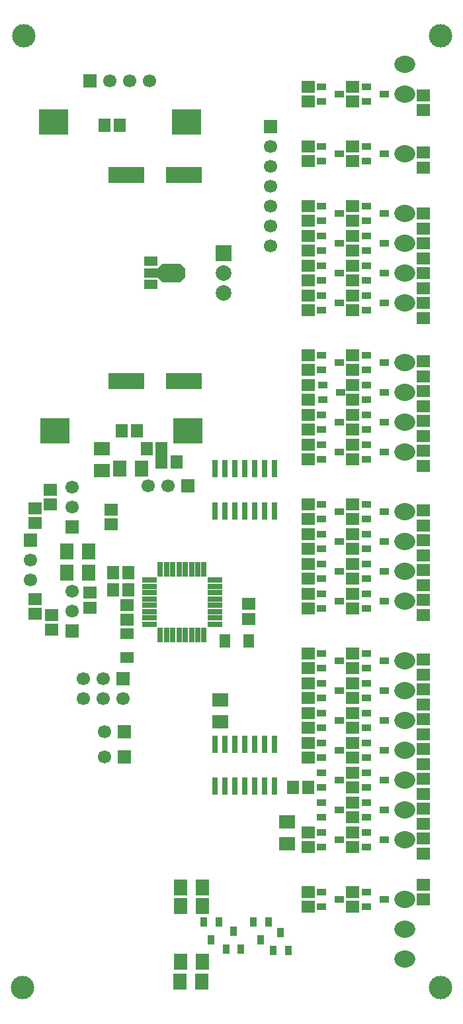
<source format=gbr>
G04 DipTrace 3.3.1.3*
G04 BottomMask.gbr*
%MOIN*%
G04 #@! TF.FileFunction,Soldermask,Bot*
G04 #@! TF.Part,Single*
%AMOUTLINE1*
4,1,10,
-0.104331,0.023622,
-0.035095,0.023622,
-0.011473,0.047244,
0.078402,0.047244,
0.104331,0.021316,
0.104331,-0.021316,
0.078402,-0.047244,
-0.011473,-0.047244,
-0.035095,-0.023622,
-0.104331,-0.023622,
-0.104331,0.023622,
0*%
%AMOUTLINE4*
4,1,20,
0.0,0.043339,
0.016215,0.041284,
0.030941,0.035282,
0.042783,0.025807,
0.050522,0.013657,
0.053226,0.0,
0.050522,-0.013657,
0.042783,-0.025807,
0.030941,-0.035282,
0.016215,-0.041284,
0.0,-0.043339,
-0.016215,-0.041284,
-0.030941,-0.035282,
-0.042783,-0.025807,
-0.050522,-0.013657,
-0.053226,0.0,
-0.050522,0.013657,
-0.042783,0.025807,
-0.030941,0.035282,
-0.016215,0.041284,
0.0,0.043339,
0*%
%ADD42C,0.11811*%
%ADD48C,0.07874*%
%ADD50R,0.07874X0.07874*%
%ADD52R,0.066929X0.047244*%
%ADD54R,0.145669X0.125984*%
%ADD56R,0.031496X0.086614*%
%ADD58R,0.027559X0.074803*%
%ADD60R,0.074803X0.027559*%
%ADD62R,0.07874X0.070866*%
%ADD64R,0.049213X0.033465*%
%ADD66R,0.033465X0.049213*%
%ADD68R,0.070866X0.055118*%
%ADD70R,0.055118X0.070866*%
%ADD72C,0.066929*%
%ADD74R,0.066929X0.066929*%
%ADD76R,0.070866X0.07874*%
%ADD78R,0.059055X0.066929*%
%ADD80R,0.181102X0.07874*%
%ADD82R,0.066929X0.059055*%
%ADD88OUTLINE1*%
%ADD91OUTLINE4*%
%FSLAX26Y26*%
G04*
G70*
G90*
G75*
G01*
G04 BotMask*
%LPD*%
D82*
X1637451Y2356201D3*
Y2431004D3*
X1024951Y2424950D3*
Y2350147D3*
D80*
X1312449Y4587450D3*
X1021110D3*
D78*
X912451Y4837451D3*
X987255D3*
X999953Y3299950D3*
X1074756D3*
D80*
X1312449Y3549951D3*
X1021110D3*
D82*
X643701Y2374950D3*
Y2300147D3*
X637451Y3006201D3*
Y2931398D3*
D78*
X1274951Y3143701D3*
X1200148D3*
D82*
X562451Y2912451D3*
Y2837648D3*
Y2381201D3*
Y2456004D3*
D76*
X831202Y2587450D3*
X720966D3*
X831202Y2693701D3*
X720966D3*
D42*
X506202Y5287450D3*
X499951Y499950D3*
X2606202Y5287450D3*
Y499951D3*
D74*
X1749951Y4831201D3*
D72*
Y4731201D3*
Y4631201D3*
Y4531201D3*
Y4431201D3*
Y4331201D3*
Y4231201D3*
D74*
X1006202Y2056201D3*
D72*
Y1956201D3*
X906202Y2056201D3*
Y1956201D3*
X806202Y2056201D3*
Y1956201D3*
D74*
X837450Y5062450D3*
D72*
X937450D3*
X1037450D3*
X1137450D3*
D74*
X537451Y2749951D3*
D72*
Y2649951D3*
Y2549951D3*
D74*
X1012451Y1787450D3*
D72*
X912451D3*
D74*
X1012451Y1662450D3*
D72*
X912451D3*
D70*
X1637451Y2243701D3*
X1519341D3*
D68*
X1024951Y2281201D3*
Y2163091D3*
D66*
X1599953Y693702D3*
X1525150D3*
X1562551Y784253D3*
X1662453Y831201D3*
X1737256D3*
X1699854Y740650D3*
X1412453Y831201D3*
X1487256D3*
X1449854Y740650D3*
X1837451Y687450D3*
X1762648D3*
X1800050Y778001D3*
D64*
X2231201Y907235D3*
Y982038D3*
X2321752Y944636D3*
X2006201Y907235D3*
Y982038D3*
X2096752Y944636D3*
X2231201Y1357234D3*
Y1432037D3*
X2321752Y1394635D3*
X2006201Y1357234D3*
Y1432037D3*
X2096752Y1394635D3*
X2231201Y1207235D3*
Y1282038D3*
X2321752Y1244636D3*
X2006201Y1207235D3*
Y1282038D3*
X2096752Y1244636D3*
X2231201Y1507235D3*
Y1582038D3*
X2321752Y1544636D3*
X2006201Y1507235D3*
Y1582038D3*
X2096752Y1544636D3*
X2231201Y1657234D3*
Y1732037D3*
X2321752Y1694635D3*
X2006201Y1657234D3*
Y1732037D3*
X2096752Y1694635D3*
X2231201Y1807235D3*
Y1882038D3*
X2321752Y1844636D3*
X2006201Y1807235D3*
Y1882038D3*
X2096752Y1844636D3*
X2231201Y1957234D3*
Y2032037D3*
X2321752Y1994635D3*
X2006201Y1957234D3*
Y2032037D3*
X2096752Y1994635D3*
X2231201Y2107235D3*
Y2182038D3*
X2321752Y2144636D3*
X2006201Y2107235D3*
Y2182038D3*
X2096752Y2144636D3*
X2231201Y2407235D3*
Y2482038D3*
X2321752Y2444636D3*
X2006201Y2407235D3*
Y2482038D3*
X2096752Y2444636D3*
X2231201Y2557235D3*
Y2632038D3*
X2321752Y2594636D3*
X2006201Y2557235D3*
Y2632038D3*
X2096752Y2594636D3*
X2231201Y2707235D3*
Y2782038D3*
X2321752Y2744636D3*
X2006201Y2707235D3*
Y2782038D3*
X2096752Y2744636D3*
X2231201Y2857235D3*
Y2932038D3*
X2321752Y2894636D3*
X2006201Y2857235D3*
Y2932038D3*
X2096752Y2894636D3*
X2231201Y3157235D3*
Y3232038D3*
X2321752Y3194636D3*
X2006201Y3157235D3*
Y3232038D3*
X2096752Y3194636D3*
X2231201Y3307235D3*
Y3382038D3*
X2321752Y3344636D3*
X2006201Y3307235D3*
Y3382038D3*
X2096752Y3344636D3*
X2231201Y3457235D3*
Y3532038D3*
X2321752Y3494636D3*
X2012451Y3457235D3*
Y3532038D3*
X2103003Y3494636D3*
X2231201Y3607235D3*
Y3682038D3*
X2321752Y3644636D3*
X2006201Y3607235D3*
Y3682038D3*
X2096752Y3644636D3*
X2231201Y4957235D3*
Y5032038D3*
X2321752Y4994636D3*
X2006201Y4957235D3*
Y5032038D3*
X2096752Y4994636D3*
X2231201Y4657235D3*
Y4732038D3*
X2321752Y4694636D3*
X2006201Y4657235D3*
Y4732038D3*
X2096752Y4694636D3*
X2231201Y4357235D3*
Y4432038D3*
X2321752Y4394636D3*
X2006201Y4357235D3*
Y4432038D3*
X2096752Y4394636D3*
X2231201Y4207235D3*
Y4282038D3*
X2321752Y4244636D3*
X2006201Y4207235D3*
Y4282038D3*
X2096752Y4244636D3*
X2231201Y4057235D3*
Y4132038D3*
X2321752Y4094636D3*
X2006201Y4057235D3*
Y4132038D3*
X2096752Y4094636D3*
X2231201Y3907235D3*
Y3982038D3*
X2321752Y3944636D3*
X2006201Y3907235D3*
Y3982038D3*
X2096752Y3944636D3*
D76*
X1406202Y1006201D3*
X1295966D3*
X1292668Y531201D3*
X1402904D3*
X1294735Y912451D3*
X1404971D3*
X1406202Y631201D3*
X1295966D3*
D82*
X2162451Y982235D3*
Y907432D3*
X2518702Y1019735D3*
Y944932D3*
X1937451Y982235D3*
Y907432D3*
X2162451Y1432235D3*
Y1357432D3*
X2518702Y1325986D3*
Y1400789D3*
D62*
X1831202Y1224950D3*
Y1335186D3*
D82*
X2162451Y1282235D3*
Y1207432D3*
X2518701Y1175986D3*
Y1250789D3*
X1937451Y1282235D3*
Y1207432D3*
X2162451Y1582235D3*
Y1507432D3*
X2518702Y1475986D3*
Y1550789D3*
D78*
X1862451Y1507235D3*
X1937255D3*
D82*
X2162451Y1732235D3*
Y1657432D3*
X2518701Y1625986D3*
Y1700789D3*
X1937451Y1732235D3*
Y1657432D3*
X2162451Y1882235D3*
Y1807432D3*
X2518702Y1775986D3*
Y1850789D3*
X1937451Y1882235D3*
Y1807432D3*
X2162451Y2032235D3*
Y1957432D3*
X2518702Y1925986D3*
Y2000789D3*
X1937451Y2032235D3*
Y1957432D3*
X2162451Y2182235D3*
Y2107432D3*
X2518701Y2075986D3*
Y2150789D3*
X1937451Y2182235D3*
Y2107432D3*
X2162451Y2482234D3*
Y2407430D3*
X2518702Y2375986D3*
Y2450789D3*
X1937451Y2482234D3*
Y2407430D3*
X2162451Y2632235D3*
Y2557432D3*
X2518702Y2525986D3*
Y2600789D3*
X1937451Y2632235D3*
Y2557432D3*
X2162451Y2782234D3*
Y2707430D3*
X2518702Y2675986D3*
Y2750789D3*
X1937451Y2782234D3*
Y2707430D3*
X2162451Y2932235D3*
Y2857432D3*
X2518702Y2825986D3*
Y2900789D3*
X1937451Y2932235D3*
Y2857432D3*
X2162451Y3232235D3*
Y3157432D3*
X2518701Y3125986D3*
Y3200789D3*
X1937451Y3232235D3*
Y3157432D3*
X2162451Y3382234D3*
Y3307430D3*
X2518701Y3275986D3*
Y3350789D3*
X1937451Y3382234D3*
Y3307430D3*
X2162451Y3532235D3*
Y3457432D3*
X2518701Y3425986D3*
Y3500789D3*
X1937451Y3532235D3*
Y3457432D3*
X2162451Y3682038D3*
Y3607235D3*
X2518702Y3575986D3*
Y3650789D3*
X1937451Y3682234D3*
Y3607430D3*
X2162451Y5032235D3*
Y4957432D3*
X2518701Y4913486D3*
Y4988289D3*
X1937451Y5032235D3*
Y4957432D3*
X2162451Y4732235D3*
Y4657432D3*
X2518702Y4625986D3*
Y4700789D3*
X1937451Y4732235D3*
Y4657432D3*
X2162451Y4432235D3*
Y4357432D3*
X2518702Y4319735D3*
Y4394538D3*
X1937451Y4432235D3*
Y4357432D3*
X2162451Y4282235D3*
Y4207432D3*
X2518701Y4169735D3*
Y4244538D3*
X1937451Y4282235D3*
Y4207432D3*
X2162451Y4132235D3*
Y4057432D3*
X2518702Y4019735D3*
Y4094538D3*
X1937451Y4132235D3*
Y4057432D3*
X2162451Y3982235D3*
Y3907432D3*
X2518701Y3869735D3*
Y3944538D3*
X1937451Y3982235D3*
Y3907432D3*
X943701Y2906201D3*
Y2831398D3*
D74*
X1331202Y3024950D3*
D72*
X1231202D3*
X1131202D3*
D74*
X749951Y2293701D3*
D72*
Y2393701D3*
Y2493701D3*
D74*
Y2818701D3*
D72*
Y2918701D3*
Y3018701D3*
D82*
X837451Y2412451D3*
Y2487255D3*
D78*
X956202Y2587451D3*
X1031005D3*
X956202Y2499950D3*
X1031005D3*
X1124951Y3212450D3*
X1199755D3*
D62*
X1493701Y1837450D3*
Y1947686D3*
D76*
X1099951Y3112451D3*
X989715D3*
D62*
X899951Y3212451D3*
Y3102215D3*
D60*
X1468701Y2549951D3*
Y2518455D3*
Y2486959D3*
Y2455463D3*
Y2423967D3*
Y2392471D3*
Y2360975D3*
Y2329479D3*
D58*
X1413583Y2274361D3*
X1382087D3*
X1350591D3*
X1319094D3*
X1287598D3*
X1256102D3*
X1224606D3*
X1193110D3*
D60*
X1137992Y2329479D3*
Y2360975D3*
Y2392471D3*
Y2423967D3*
Y2455463D3*
Y2486959D3*
Y2518455D3*
Y2549951D3*
D58*
X1193110Y2605070D3*
X1224606D3*
X1256102D3*
X1287598D3*
X1319094D3*
X1350591D3*
X1382087D3*
X1413583D3*
D56*
X1468701Y1725984D3*
X1518701D3*
X1568701D3*
X1618701D3*
X1668701D3*
X1718701D3*
X1768701D3*
Y1513386D3*
X1718701D3*
X1668701D3*
X1618701D3*
X1568701D3*
X1518701D3*
X1468701D3*
Y3112450D3*
X1518701D3*
X1568701D3*
X1618701D3*
X1668701D3*
X1718701D3*
X1768701D3*
Y2899852D3*
X1718701D3*
X1668701D3*
X1618701D3*
X1568701D3*
X1518701D3*
X1468701D3*
D54*
X1331202Y3299951D3*
X1324942Y4856211D3*
X662462Y3299951D3*
X656202Y4856211D3*
D52*
X1143702Y4037451D3*
D88*
X1214568Y4096507D3*
D52*
X1143702Y4155562D3*
D50*
X1512453Y4193699D3*
D48*
Y3993699D3*
Y4093699D3*
D91*
X2424951Y644735D3*
Y794735D3*
Y944735D3*
Y1244735D3*
Y1394735D3*
Y1544735D3*
Y1694735D3*
Y1844735D3*
Y1994735D3*
Y2144735D3*
Y2594735D3*
Y2444735D3*
Y2744735D3*
Y2894735D3*
Y3194735D3*
Y3344735D3*
Y3494735D3*
Y3644735D3*
Y3944735D3*
Y4094735D3*
Y4244735D3*
Y4394735D3*
Y4694735D3*
Y4994735D3*
Y5144735D3*
M02*

</source>
